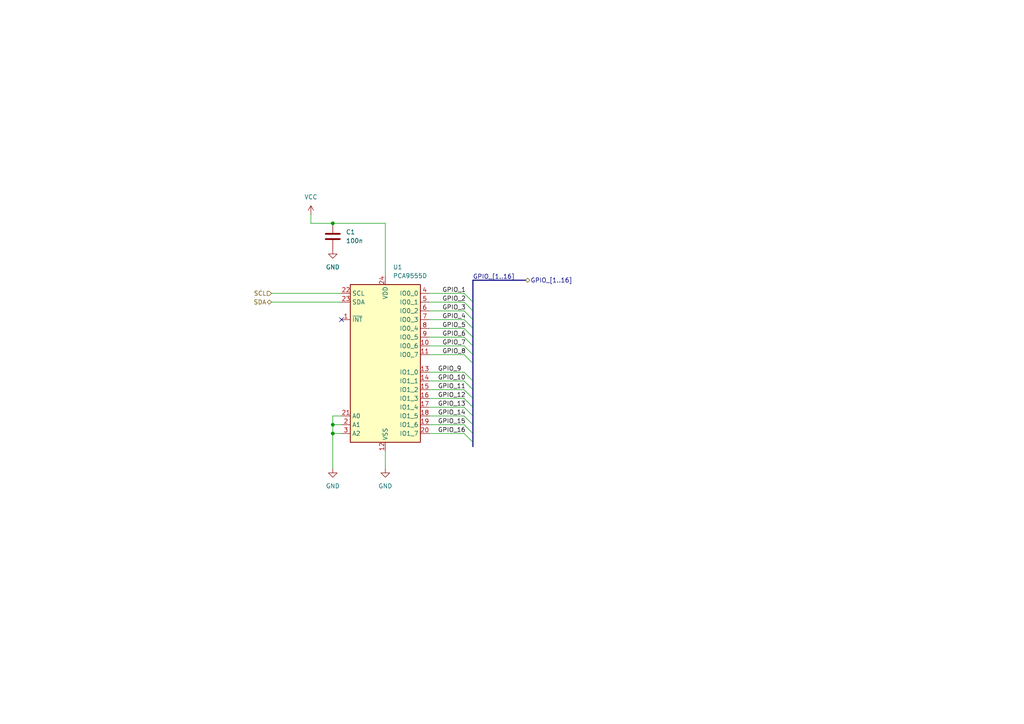
<source format=kicad_sch>
(kicad_sch (version 20231120) (generator "eeschema") (generator_version "8.0")
  (paper "A4")
  (lib_symbols
    (symbol "Device:C" (pin_numbers hide) (pin_names (offset 0.254))
      (property "Reference" "C" (at 0.635 2.54 0))
      (property "Value" "C" (at 0.635 -2.54 0))
      (symbol "C_0_1"
        (polyline (pts (xy -2.032 -0.762) (xy 2.032 -0.762)) (stroke (width 0.508)))
        (polyline (pts (xy -2.032 0.762) (xy 2.032 0.762)) (stroke (width 0.508)))
      )
      (symbol "C_1_1"
        (pin passive line (at 0 3.81 270) (length 2.794) (name "~") (number "1"))
        (pin passive line (at 0 -3.81 90) (length 2.794) (name "~") (number "2"))
      )
    )
    (symbol "Interface_Expansion:PCA9555D"
      (property "Reference" "U" (at -8.89 24.13 0))
      (property "Value" "PCA9555D" (at 6.35 24.13 0))
      (symbol "PCA9555D_0_1"
        (rectangle (start -10.16 22.86) (end 10.16 -22.86) (stroke (width 0.254)) (fill (type background)))
      )
      (symbol "PCA9555D_1_1"
        (pin open_collector line (at -12.7 12.7 0) (length 2.54) (name "~{INT}") (number "1"))
        (pin bidirectional line (at 12.7 5.08 180) (length 2.54) (name "IO0_6") (number "10"))
        (pin bidirectional line (at 12.7 2.54 180) (length 2.54) (name "IO0_7") (number "11"))
        (pin power_in line (at 0 -25.4 90) (length 2.54) (name "VSS") (number "12"))
        (pin bidirectional line (at 12.7 -2.54 180) (length 2.54) (name "IO1_0") (number "13"))
        (pin bidirectional line (at 12.7 -5.08 180) (length 2.54) (name "IO1_1") (number "14"))
        (pin bidirectional line (at 12.7 -7.62 180) (length 2.54) (name "IO1_2") (number "15"))
        (pin bidirectional line (at 12.7 -10.16 180) (length 2.54) (name "IO1_3") (number "16"))
        (pin bidirectional line (at 12.7 -12.7 180) (length 2.54) (name "IO1_4") (number "17"))
        (pin bidirectional line (at 12.7 -15.24 180) (length 2.54) (name "IO1_5") (number "18"))
        (pin bidirectional line (at 12.7 -17.78 180) (length 2.54) (name "IO1_6") (number "19"))
        (pin input line (at -12.7 -17.78 0) (length 2.54) (name "A1") (number "2"))
        (pin bidirectional line (at 12.7 -20.32 180) (length 2.54) (name "IO1_7") (number "20"))
        (pin input line (at -12.7 -15.24 0) (length 2.54) (name "A0") (number "21"))
        (pin input line (at -12.7 20.32 0) (length 2.54) (name "SCL") (number "22"))
        (pin bidirectional line (at -12.7 17.78 0) (length 2.54) (name "SDA") (number "23"))
        (pin power_in line (at 0 25.4 270) (length 2.54) (name "VDD") (number "24"))
        (pin input line (at -12.7 -20.32 0) (length 2.54) (name "A2") (number "3"))
        (pin bidirectional line (at 12.7 20.32 180) (length 2.54) (name "IO0_0") (number "4"))
        (pin bidirectional line (at 12.7 17.78 180) (length 2.54) (name "IO0_1") (number "5"))
        (pin bidirectional line (at 12.7 15.24 180) (length 2.54) (name "IO0_2") (number "6"))
        (pin bidirectional line (at 12.7 12.7 180) (length 2.54) (name "IO0_3") (number "7"))
        (pin bidirectional line (at 12.7 10.16 180) (length 2.54) (name "IO0_4") (number "8"))
        (pin bidirectional line (at 12.7 7.62 180) (length 2.54) (name "IO0_5") (number "9"))
      )
    )
    (symbol "power:GND" (power) (pin_numbers hide) (pin_names (offset 0) hide)
      (property "Value" "GND" (at 0 -3.81 0))
      (symbol "GND_0_1"
        (polyline (pts (xy 0 0) (xy 0 -1.27) (xy 1.27 -1.27) (xy 0 -2.54) (xy -1.27 -1.27) (xy 0 -1.27)))
      )
      (symbol "GND_1_1"
        (pin power_in line (at 0 0 270) (length 0) (name "~") (number "1"))
      )
    )
    (symbol "power:VCC" (power) (pin_numbers hide) (pin_names (offset 0) hide)
      (property "Value" "VCC" (at 0 3.556 0))
      (symbol "VCC_0_1"
        (polyline (pts (xy -0.762 1.27) (xy 0 2.54)))
        (polyline (pts (xy 0 0) (xy 0 2.54)))
        (polyline (pts (xy 0 2.54) (xy 0.762 1.27)))
      )
      (symbol "VCC_1_1"
        (pin power_in line (at 0 0 90) (length 0) (name "~") (number "1"))
      )
    )
  )
  (junction (at 96.52 123.19))
  (junction (at 96.52 64.77))
  (junction (at 96.52 125.73))
  (no_connect (at 99.06 92.71))
  (bus_entry (at 134.62 87.63) (size 2.54 2.54))
  (bus_entry (at 134.62 107.95) (size 2.54 2.54))
  (bus_entry (at 134.62 102.87) (size 2.54 2.54))
  (bus_entry (at 134.62 110.49) (size 2.54 2.54))
  (bus_entry (at 134.62 85.09) (size 2.54 2.54))
  (bus_entry (at 134.62 113.03) (size 2.54 2.54))
  (bus_entry (at 134.62 100.33) (size 2.54 2.54))
  (bus_entry (at 134.62 115.57) (size 2.54 2.54))
  (bus_entry (at 134.62 123.19) (size 2.54 2.54))
  (bus_entry (at 134.62 92.71) (size 2.54 2.54))
  (bus_entry (at 134.62 125.73) (size 2.54 2.54))
  (bus_entry (at 134.62 118.11) (size 2.54 2.54))
  (bus_entry (at 134.62 97.79) (size 2.54 2.54))
  (bus_entry (at 134.62 95.25) (size 2.54 2.54))
  (bus_entry (at 134.62 90.17) (size 2.54 2.54))
  (bus_entry (at 134.62 120.65) (size 2.54 2.54))
  (bus (pts (xy 137.16 102.87) (xy 137.16 105.41)))
  (wire (pts (xy 111.76 130.81) (xy 111.76 135.89)))
  (wire (pts (xy 99.06 123.19) (xy 96.52 123.19)))
  (bus (pts (xy 137.16 120.65) (xy 137.16 123.19)))
  (wire (pts (xy 90.17 64.77) (xy 90.17 62.23)))
  (wire (pts (xy 96.52 120.65) (xy 96.52 123.19)))
  (wire (pts (xy 78.74 85.09) (xy 99.06 85.09)))
  (wire (pts (xy 124.46 107.95) (xy 134.62 107.95)))
  (wire (pts (xy 124.46 120.65) (xy 134.62 120.65)))
  (bus (pts (xy 137.16 125.73) (xy 137.16 128.27)))
  (bus (pts (xy 137.16 110.49) (xy 137.16 113.03)))
  (wire (pts (xy 124.46 85.09) (xy 134.62 85.09)))
  (wire (pts (xy 124.46 110.49) (xy 134.62 110.49)))
  (wire (pts (xy 124.46 95.25) (xy 134.62 95.25)))
  (wire (pts (xy 78.74 87.63) (xy 99.06 87.63)))
  (bus (pts (xy 137.16 113.03) (xy 137.16 115.57)))
  (wire (pts (xy 111.76 64.77) (xy 96.52 64.77)))
  (wire (pts (xy 124.46 102.87) (xy 134.62 102.87)))
  (bus (pts (xy 137.16 92.71) (xy 137.16 95.25)))
  (wire (pts (xy 111.76 80.01) (xy 111.76 64.77)))
  (wire (pts (xy 124.46 118.11) (xy 134.62 118.11)))
  (bus (pts (xy 137.16 81.28) (xy 137.16 87.63)))
  (bus (pts (xy 137.16 95.25) (xy 137.16 97.79)))
  (bus (pts (xy 137.16 97.79) (xy 137.16 100.33)))
  (wire (pts (xy 99.06 125.73) (xy 96.52 125.73)))
  (wire (pts (xy 124.46 123.19) (xy 134.62 123.19)))
  (bus (pts (xy 137.16 118.11) (xy 137.16 120.65)))
  (wire (pts (xy 99.06 120.65) (xy 96.52 120.65)))
  (bus (pts (xy 137.16 115.57) (xy 137.16 118.11)))
  (wire (pts (xy 96.52 125.73) (xy 96.52 135.89)))
  (wire (pts (xy 124.46 113.03) (xy 134.62 113.03)))
  (wire (pts (xy 96.52 123.19) (xy 96.52 125.73)))
  (wire (pts (xy 124.46 87.63) (xy 134.62 87.63)))
  (wire (pts (xy 124.46 115.57) (xy 134.62 115.57)))
  (bus (pts (xy 137.16 87.63) (xy 137.16 90.17)))
  (wire (pts (xy 96.52 64.77) (xy 90.17 64.77)))
  (wire (pts (xy 124.46 97.79) (xy 134.62 97.79)))
  (wire (pts (xy 124.46 92.71) (xy 134.62 92.71)))
  (wire (pts (xy 124.46 90.17) (xy 134.62 90.17)))
  (wire (pts (xy 124.46 100.33) (xy 134.62 100.33)))
  (bus (pts (xy 137.16 90.17) (xy 137.16 92.71)))
  (bus (pts (xy 152.4 81.28) (xy 137.16 81.28)))
  (bus (pts (xy 137.16 105.41) (xy 137.16 110.49)))
  (bus (pts (xy 137.16 123.19) (xy 137.16 125.73)))
  (bus (pts (xy 137.16 100.33) (xy 137.16 102.87)))
  (wire (pts (xy 124.46 125.73) (xy 134.62 125.73)))
  (bus (pts (xy 137.16 128.27) (xy 137.16 129.54)))
  (label "GPIO_8" (at 128.27 102.87 0))
  (label "GPIO_15" (at 127 123.19 0))
  (label "GPIO_13" (at 127 118.11 0))
  (label "GPIO_12" (at 127 115.57 0))
  (label "GPIO_7" (at 128.27 100.33 0))
  (label "GPIO_3" (at 128.27 90.17 0))
  (label "GPIO_5" (at 128.27 95.25 0))
  (label "GPIO_11" (at 127 113.03 0))
  (label "GPIO_6" (at 128.27 97.79 0))
  (label "GPIO_14" (at 127 120.65 0))
  (label "GPIO_10" (at 127 110.49 0))
  (label "GPIO_9" (at 127 107.95 0))
  (label "GPIO_16" (at 127 125.73 0))
  (label "GPIO_2" (at 128.27 87.63 0))
  (label "GPIO_1" (at 128.27 85.09 0))
  (label "GPIO_[1..16]" (at 137.16 81.28 0))
  (label "GPIO_4" (at 128.27 92.71 0))
  (hierarchical_label "GPIO_[1..16]" (shape bidirectional) (at 152.4 81.28 0))
  (hierarchical_label "SDA" (shape bidirectional) (at 78.74 87.63 180))
  (hierarchical_label "SCL" (shape input) (at 78.74 85.09 180))
  (symbol (lib_id "Interface_Expansion:PCA9555D") (at 111.76 105.41 0) (unit 1)
    (property "Reference" "U1" (at 113.9541 77.47 0) (effects (justify left)))
    (property "Value" "PCA9555D" (at 113.9541 80.01 0) (effects (justify left)))
    (property "Footprint" "Package_SO:SOIC-24W_7.5x15.4mm_P1.27mm" (effects (hide yes)))
    (property "Datasheet" "https://www.nxp.com/docs/en/data-sheet/PCA9555.pdf" (effects (hide yes)))
    (property "Description" "IO expander 16 GPIO, I2C 400kHz, Interrupt, 2.3 - 5.5V, SOIC-24" (effects (hide yes)))
  )
  (symbol (lib_id "power:GND") (at 111.76 135.89 0) (unit 1)
    (property "Reference" "#PWR0101" (effects (hide yes)))
    (property "Value" "GND" (at 111.76 140.97 0))
    (property "Description" "Power symbol creates a global label with name \"GND\" , ground" (effects (hide yes)))
  )
  (symbol (lib_id "power:GND") (at 96.52 72.39 0) (unit 1)
    (property "Reference" "#PWR0103" (effects (hide yes)))
    (property "Value" "GND" (at 96.52 77.47 0))
    (property "Description" "Power symbol creates a global label with name \"GND\" , ground" (effects (hide yes)))
  )
  (symbol (lib_id "Device:C") (at 96.52 68.58 0) (unit 1)
    (property "Reference" "C1" (at 100.33 67.3099 0) (effects (justify left)))
    (property "Value" "100n" (at 100.33 69.8499 0) (effects (justify left)))
    (property "Footprint" "Capacitor_SMD:C_0603_1608Metric_Pad1.08x0.95mm_HandSolder" (effects (hide yes)))
    (property "Description" "Unpolarized capacitor" (effects (hide yes)))
  )
  (symbol (lib_id "power:GND") (at 96.52 135.89 0) (unit 1)
    (property "Reference" "#PWR0102" (effects (hide yes)))
    (property "Value" "GND" (at 96.52 140.97 0))
    (property "Description" "Power symbol creates a global label with name \"GND\" , ground" (effects (hide yes)))
  )
  (symbol (lib_id "power:VCC") (at 90.17 62.23 0) (unit 1)
    (property "Reference" "#PWR0104" (effects (hide yes)))
    (property "Value" "VCC" (at 90.17 57.15 0))
    (property "Description" "Power symbol creates a global label with name \"VCC\"" (effects (hide yes)))
  )
)
</source>
